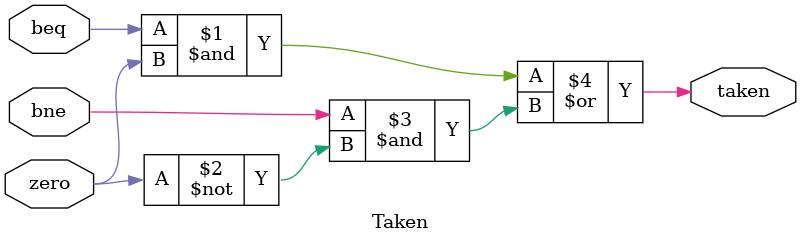
<source format=v>
`timescale 1ns / 1ps
module Taken(
input beq,
input bne,
input zero,
output taken
    );

assign taken=(beq&zero)|(bne&(~zero));
endmodule

</source>
